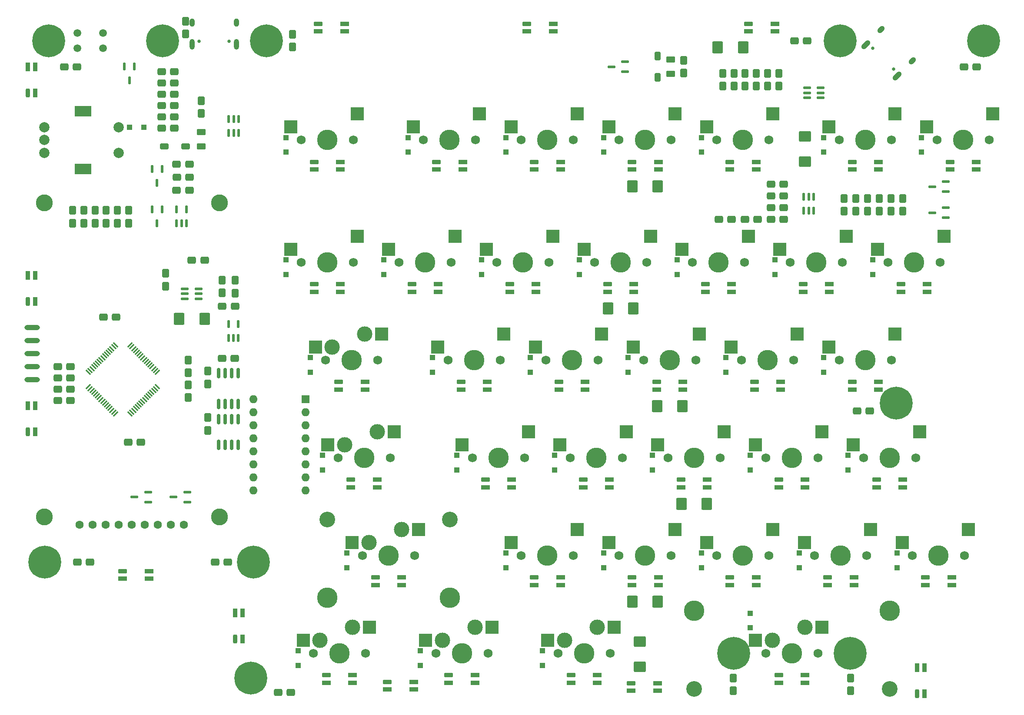
<source format=gbs>
G04 #@! TF.GenerationSoftware,KiCad,Pcbnew,7.0.1*
G04 #@! TF.CreationDate,2023-07-18T11:36:22-07:00*
G04 #@! TF.ProjectId,keyboard-left,6b657962-6f61-4726-942d-6c6566742e6b,rev?*
G04 #@! TF.SameCoordinates,Original*
G04 #@! TF.FileFunction,Soldermask,Bot*
G04 #@! TF.FilePolarity,Negative*
%FSLAX46Y46*%
G04 Gerber Fmt 4.6, Leading zero omitted, Abs format (unit mm)*
G04 Created by KiCad (PCBNEW 7.0.1) date 2023-07-18 11:36:22*
%MOMM*%
%LPD*%
G01*
G04 APERTURE LIST*
G04 Aperture macros list*
%AMRoundRect*
0 Rectangle with rounded corners*
0 $1 Rounding radius*
0 $2 $3 $4 $5 $6 $7 $8 $9 X,Y pos of 4 corners*
0 Add a 4 corners polygon primitive as box body*
4,1,4,$2,$3,$4,$5,$6,$7,$8,$9,$2,$3,0*
0 Add four circle primitives for the rounded corners*
1,1,$1+$1,$2,$3*
1,1,$1+$1,$4,$5*
1,1,$1+$1,$6,$7*
1,1,$1+$1,$8,$9*
0 Add four rect primitives between the rounded corners*
20,1,$1+$1,$2,$3,$4,$5,0*
20,1,$1+$1,$4,$5,$6,$7,0*
20,1,$1+$1,$6,$7,$8,$9,0*
20,1,$1+$1,$8,$9,$2,$3,0*%
%AMHorizOval*
0 Thick line with rounded ends*
0 $1 width*
0 $2 $3 position (X,Y) of the first rounded end (center of the circle)*
0 $4 $5 position (X,Y) of the second rounded end (center of the circle)*
0 Add line between two ends*
20,1,$1,$2,$3,$4,$5,0*
0 Add two circle primitives to create the rounded ends*
1,1,$1,$2,$3*
1,1,$1,$4,$5*%
G04 Aperture macros list end*
%ADD10C,2.000000*%
%ADD11R,3.200000X2.000000*%
%ADD12R,2.550000X2.500000*%
%ADD13C,1.750000*%
%ADD14C,3.987800*%
%ADD15RoundRect,0.350000X-0.500500X-0.350000X0.500500X-0.350000X0.500500X0.350000X-0.500500X0.350000X0*%
%ADD16RoundRect,0.123750X0.123750X-0.656250X0.123750X0.656250X-0.123750X0.656250X-0.123750X-0.656250X0*%
%ADD17RoundRect,0.300000X0.550500X0.300000X-0.550500X0.300000X-0.550500X-0.300000X0.550500X-0.300000X0*%
%ADD18C,0.800000*%
%ADD19C,6.400000*%
%ADD20RoundRect,0.350000X0.350000X-0.500500X0.350000X0.500500X-0.350000X0.500500X-0.350000X-0.500500X0*%
%ADD21C,3.000000*%
%ADD22RoundRect,0.150000X-0.150000X0.825000X-0.150000X-0.825000X0.150000X-0.825000X0.150000X0.825000X0*%
%ADD23RoundRect,0.350000X0.500500X0.350000X-0.500500X0.350000X-0.500500X-0.350000X0.500500X-0.350000X0*%
%ADD24RoundRect,0.250000X0.625000X-0.375000X0.625000X0.375000X-0.625000X0.375000X-0.625000X-0.375000X0*%
%ADD25RoundRect,0.123750X-0.656250X-0.123750X0.656250X-0.123750X0.656250X0.123750X-0.656250X0.123750X0*%
%ADD26RoundRect,0.350000X-0.350000X0.500500X-0.350000X-0.500500X0.350000X-0.500500X0.350000X0.500500X0*%
%ADD27C,3.048000*%
%ADD28RoundRect,0.250000X0.787500X0.925000X-0.787500X0.925000X-0.787500X-0.925000X0.787500X-0.925000X0*%
%ADD29RoundRect,0.123750X-0.123750X0.656250X-0.123750X-0.656250X0.123750X-0.656250X0.123750X0.656250X0*%
%ADD30C,0.650000*%
%ADD31HorizOval,1.000000X0.388909X0.388909X-0.388909X-0.388909X0*%
%ADD32HorizOval,1.000000X0.212132X0.212132X-0.212132X-0.212132X0*%
%ADD33RoundRect,0.300000X-0.300000X0.550500X-0.300000X-0.550500X0.300000X-0.550500X0.300000X0.550500X0*%
%ADD34C,1.500000*%
%ADD35C,3.300000*%
%ADD36C,1.600000*%
%ADD37O,1.000000X2.100000*%
%ADD38O,1.000000X1.600000*%
%ADD39O,3.000000X1.000000*%
%ADD40RoundRect,0.250000X0.925000X-0.787500X0.925000X0.787500X-0.925000X0.787500X-0.925000X-0.787500X0*%
%ADD41R,1.700000X0.820000*%
%ADD42RoundRect,0.205000X0.645000X0.205000X-0.645000X0.205000X-0.645000X-0.205000X0.645000X-0.205000X0*%
%ADD43RoundRect,0.250000X0.300000X-0.300000X0.300000X0.300000X-0.300000X0.300000X-0.300000X-0.300000X0*%
%ADD44R,0.820000X1.700000*%
%ADD45RoundRect,0.205000X-0.205000X0.645000X-0.205000X-0.645000X0.205000X-0.645000X0.205000X0.645000X0*%
%ADD46RoundRect,0.074750X0.423911X-0.318198X-0.318198X0.423911X-0.423911X0.318198X0.318198X-0.423911X0*%
%ADD47RoundRect,0.074750X-0.318198X-0.423911X0.423911X0.318198X0.318198X0.423911X-0.423911X-0.318198X0*%
%ADD48R,1.600000X1.600000*%
%ADD49O,1.600000X1.600000*%
%ADD50RoundRect,0.250000X-0.300000X0.300000X-0.300000X-0.300000X0.300000X-0.300000X0.300000X0.300000X0*%
%ADD51RoundRect,0.250000X-0.300000X-0.300000X0.300000X-0.300000X0.300000X0.300000X-0.300000X0.300000X0*%
G04 APERTURE END LIST*
D10*
X10121300Y-21947500D03*
X10121300Y-26947500D03*
X10121300Y-24447500D03*
D11*
X17621300Y-18847500D03*
X17621300Y-30047500D03*
D10*
X24621300Y-26947500D03*
X24621300Y-21947500D03*
D12*
X158173800Y-102870000D03*
D13*
X160178800Y-105410000D03*
D14*
X165258800Y-105410000D03*
D13*
X170338800Y-105410000D03*
D12*
X171073800Y-100330000D03*
D15*
X146577000Y-39878000D03*
X149079000Y-39878000D03*
D16*
X46040000Y-20320000D03*
X46990000Y-20320000D03*
X47940000Y-20320000D03*
X47940000Y-23020000D03*
X46990000Y-23020000D03*
X46040000Y-23020000D03*
D17*
X37611000Y-25660000D03*
X33509000Y-25660000D03*
D18*
X8602900Y-5080000D03*
X9305844Y-3382944D03*
X9305844Y-6777056D03*
X11002900Y-2680000D03*
D19*
X11002900Y-5080000D03*
D18*
X11002900Y-7480000D03*
X12699956Y-3382944D03*
X12699956Y-6777056D03*
X13402900Y-5080000D03*
D12*
X77211300Y-45720000D03*
D13*
X79216300Y-48260000D03*
D14*
X84296300Y-48260000D03*
D13*
X89376300Y-48260000D03*
D12*
X90111300Y-43180000D03*
D20*
X146640000Y-13951000D03*
X146640000Y-11449000D03*
X177292000Y-38335000D03*
X177292000Y-35833000D03*
D13*
X62547500Y-124460000D03*
D21*
X63817500Y-121920000D03*
D14*
X67627500Y-124460000D03*
D21*
X70167500Y-119380000D03*
D13*
X72707500Y-124460000D03*
D12*
X60542500Y-121920000D03*
X73469500Y-119380000D03*
X162936300Y-64770000D03*
D13*
X164941300Y-67310000D03*
D14*
X170021300Y-67310000D03*
D13*
X175101300Y-67310000D03*
D12*
X175836300Y-62230000D03*
D22*
X44069000Y-69923000D03*
X45339000Y-69923000D03*
X46609000Y-69923000D03*
X47879000Y-69923000D03*
X47879000Y-75873000D03*
X46609000Y-75873000D03*
X45339000Y-75873000D03*
X44069000Y-75873000D03*
D18*
X7760000Y-106680000D03*
X8462944Y-104982944D03*
X8462944Y-108377056D03*
X10160000Y-104280000D03*
D19*
X10160000Y-106680000D03*
D18*
X10160000Y-109080000D03*
X11857056Y-104982944D03*
X11857056Y-108377056D03*
X12560000Y-106680000D03*
X48400000Y-106680000D03*
X49102944Y-104982944D03*
X49102944Y-108377056D03*
X50800000Y-104280000D03*
D19*
X50800000Y-106680000D03*
D18*
X50800000Y-109080000D03*
X52497056Y-104982944D03*
X52497056Y-108377056D03*
X53200000Y-106680000D03*
D23*
X24111000Y-58928000D03*
X21609000Y-58928000D03*
D20*
X168148000Y-38335000D03*
X168148000Y-35833000D03*
D18*
X50940000Y-5080000D03*
X51642944Y-3382944D03*
X51642944Y-6777056D03*
X53340000Y-2680000D03*
D19*
X53340000Y-5080000D03*
D18*
X53340000Y-7480000D03*
X55037056Y-3382944D03*
X55037056Y-6777056D03*
X55740000Y-5080000D03*
D12*
X162936300Y-21907500D03*
D13*
X164941300Y-24447500D03*
D14*
X170021300Y-24447500D03*
D13*
X175101300Y-24447500D03*
D12*
X175836300Y-19367500D03*
D24*
X132080000Y-11560000D03*
X132080000Y-8760000D03*
D18*
X30780000Y-5099000D03*
X31482944Y-3401944D03*
X31482944Y-6796056D03*
X33180000Y-2699000D03*
D19*
X33180000Y-5099000D03*
D18*
X33180000Y-7499000D03*
X34877056Y-3401944D03*
X34877056Y-6796056D03*
X35580000Y-5099000D03*
D12*
X139123800Y-102870000D03*
D13*
X141128800Y-105410000D03*
D14*
X146208800Y-105410000D03*
D13*
X151288800Y-105410000D03*
D12*
X152023800Y-100330000D03*
X115311300Y-45720000D03*
D13*
X117316300Y-48260000D03*
D14*
X122396300Y-48260000D03*
D13*
X127476300Y-48260000D03*
D12*
X128211300Y-43180000D03*
D18*
X164683800Y-124460000D03*
X165386744Y-122762944D03*
X165386744Y-126157056D03*
X167083800Y-122060000D03*
D19*
X167083800Y-124460000D03*
D18*
X167083800Y-126860000D03*
X168780856Y-122762944D03*
X168780856Y-126157056D03*
X169483800Y-124460000D03*
D23*
X15221000Y-72980000D03*
X12719000Y-72980000D03*
D25*
X185754000Y-32578000D03*
X185754000Y-34478000D03*
X183054000Y-33528000D03*
D13*
X64928800Y-67310000D03*
D21*
X66198800Y-64770000D03*
D14*
X70008800Y-67310000D03*
D21*
X72548800Y-62230000D03*
D13*
X75088800Y-67310000D03*
D12*
X62923800Y-64770000D03*
X75850800Y-62230000D03*
D26*
X33704500Y-50419300D03*
X33704500Y-52921300D03*
D20*
X22180000Y-40640000D03*
X22180000Y-38138000D03*
D27*
X65214500Y-98425000D03*
D14*
X65214500Y-113665000D03*
D13*
X72072500Y-105410000D03*
D21*
X73342500Y-102870000D03*
D14*
X77152500Y-105410000D03*
D21*
X79692500Y-100330000D03*
D13*
X82232500Y-105410000D03*
D27*
X89090500Y-98425000D03*
D14*
X89090500Y-113665000D03*
D12*
X70067500Y-102870000D03*
X82994500Y-100330000D03*
X58161300Y-45720000D03*
D13*
X60166300Y-48260000D03*
D14*
X65246300Y-48260000D03*
D13*
X70326300Y-48260000D03*
D12*
X71061300Y-43180000D03*
D25*
X40134500Y-53461300D03*
X40134500Y-54411300D03*
X40134500Y-55361300D03*
X37434500Y-55361300D03*
X37434500Y-54411300D03*
X37434500Y-53461300D03*
D15*
X151657000Y-35306000D03*
X154159000Y-35306000D03*
D12*
X101023800Y-102870000D03*
D13*
X103028800Y-105410000D03*
D14*
X108108800Y-105410000D03*
D13*
X113188800Y-105410000D03*
D12*
X113923800Y-100330000D03*
X172461300Y-45720000D03*
D13*
X174466300Y-48260000D03*
D14*
X179546300Y-48260000D03*
D13*
X184626300Y-48260000D03*
D12*
X185361300Y-43180000D03*
D25*
X30312000Y-93096000D03*
X30312000Y-94996000D03*
X27612000Y-94046000D03*
D15*
X151657000Y-33020000D03*
X154159000Y-33020000D03*
D26*
X58420000Y-3829000D03*
X58420000Y-6331000D03*
D15*
X26435000Y-83312000D03*
X28937000Y-83312000D03*
D18*
X47892000Y-129286000D03*
X48594944Y-127588944D03*
X48594944Y-130983056D03*
X50292000Y-126886000D03*
D19*
X50292000Y-129286000D03*
D18*
X50292000Y-131686000D03*
X51989056Y-127588944D03*
X51989056Y-130983056D03*
X52692000Y-129286000D03*
D28*
X146226500Y-6350000D03*
X141301500Y-6350000D03*
D29*
X37780000Y-40640000D03*
X36830000Y-40640000D03*
X35880000Y-40640000D03*
X35880000Y-37940000D03*
X37780000Y-37940000D03*
D20*
X148840000Y-13951000D03*
X148840000Y-11449000D03*
X144440000Y-13951000D03*
X144440000Y-11449000D03*
D26*
X41952000Y-78516000D03*
X41952000Y-81018000D03*
D20*
X142240000Y-13951000D03*
X142240000Y-11449000D03*
D15*
X141497000Y-39878000D03*
X143999000Y-39878000D03*
D16*
X25720000Y-10080000D03*
X27620000Y-10080000D03*
X26670000Y-12780000D03*
D30*
X175589021Y-10616056D03*
X171501944Y-6528979D03*
D31*
X176225417Y-12001985D03*
D32*
X179181124Y-9046279D03*
D31*
X170116015Y-5892583D03*
D32*
X173071721Y-2936876D03*
D20*
X17780000Y-40640000D03*
X17780000Y-38138000D03*
X170434000Y-38335000D03*
X170434000Y-35833000D03*
D23*
X15221000Y-70780000D03*
X12719000Y-70780000D03*
D20*
X134620000Y-11411000D03*
X134620000Y-8909000D03*
D26*
X144272000Y-129305000D03*
X144272000Y-131807000D03*
D23*
X15221000Y-75180000D03*
X12719000Y-75180000D03*
D20*
X153240000Y-13951000D03*
X153240000Y-11449000D03*
D13*
X110172500Y-124460000D03*
D21*
X111442500Y-121920000D03*
D14*
X115252500Y-124460000D03*
D21*
X117792500Y-119380000D03*
D13*
X120332500Y-124460000D03*
D12*
X108167500Y-121920000D03*
X121094500Y-119380000D03*
D13*
X67310000Y-86360000D03*
D21*
X68580000Y-83820000D03*
D14*
X72390000Y-86360000D03*
D21*
X74930000Y-81280000D03*
D13*
X77470000Y-86360000D03*
D12*
X65305000Y-83820000D03*
X78232000Y-81280000D03*
X81973800Y-21907500D03*
D13*
X83978800Y-24447500D03*
D14*
X89058800Y-24447500D03*
D13*
X94138800Y-24447500D03*
D12*
X94873800Y-19367500D03*
D25*
X123270000Y-9210000D03*
X123270000Y-11110000D03*
X120570000Y-10160000D03*
D28*
X41324500Y-59271300D03*
X36399500Y-59271300D03*
D23*
X45866000Y-106680000D03*
X43364000Y-106680000D03*
D12*
X124836300Y-64770000D03*
D13*
X126841300Y-67310000D03*
D14*
X131921300Y-67310000D03*
D13*
X137001300Y-67310000D03*
D12*
X137736300Y-62230000D03*
X167698800Y-83820000D03*
D13*
X169703800Y-86360000D03*
D14*
X174783800Y-86360000D03*
D13*
X179863800Y-86360000D03*
D12*
X180598800Y-81280000D03*
D20*
X19980000Y-40640000D03*
X19980000Y-38138000D03*
D24*
X40640000Y-25660000D03*
X40640000Y-22860000D03*
D12*
X139123800Y-21907500D03*
D13*
X141128800Y-24447500D03*
D14*
X146208800Y-24447500D03*
D13*
X151288800Y-24447500D03*
D12*
X152023800Y-19367500D03*
X148648800Y-83820000D03*
D13*
X150653800Y-86360000D03*
D14*
X155733800Y-86360000D03*
D13*
X160813800Y-86360000D03*
D12*
X161548800Y-81280000D03*
D20*
X172720000Y-38335000D03*
X172720000Y-35833000D03*
D15*
X32969000Y-15539000D03*
X35471000Y-15539000D03*
X151657000Y-37592000D03*
X154159000Y-37592000D03*
D33*
X129540000Y-8109000D03*
X129540000Y-12211000D03*
D12*
X96261300Y-45720000D03*
D13*
X98266300Y-48260000D03*
D14*
X103346300Y-48260000D03*
D13*
X108426300Y-48260000D03*
D12*
X109161300Y-43180000D03*
D15*
X13989000Y-10160000D03*
X16491000Y-10160000D03*
X32969000Y-19939000D03*
X35471000Y-19939000D03*
D18*
X162700000Y-5080000D03*
X163402944Y-3382944D03*
X163402944Y-6777056D03*
X165100000Y-2680000D03*
D19*
X165100000Y-5080000D03*
D18*
X165100000Y-7480000D03*
X166797056Y-3382944D03*
X166797056Y-6777056D03*
X167500000Y-5080000D03*
D20*
X26580000Y-40640000D03*
X26580000Y-38138000D03*
D26*
X41910000Y-69489600D03*
X41910000Y-71991600D03*
D20*
X151040000Y-13951000D03*
X151040000Y-11449000D03*
X40640000Y-19272000D03*
X40640000Y-16770000D03*
D15*
X35899000Y-31670000D03*
X38401000Y-31670000D03*
D12*
X120073800Y-102870000D03*
D13*
X122078800Y-105410000D03*
D14*
X127158800Y-105410000D03*
D13*
X132238800Y-105410000D03*
D12*
X132973800Y-100330000D03*
D13*
X86360000Y-124460000D03*
D21*
X87630000Y-121920000D03*
D14*
X91440000Y-124460000D03*
D21*
X93980000Y-119380000D03*
D13*
X96520000Y-124460000D03*
D12*
X84355000Y-121920000D03*
X97282000Y-119380000D03*
D15*
X38822500Y-47841300D03*
X41324500Y-47841300D03*
D34*
X16550000Y-6580000D03*
X21550000Y-6580000D03*
X16550000Y-3580000D03*
X21550000Y-3580000D03*
D15*
X32969000Y-22139000D03*
X35471000Y-22139000D03*
X189249000Y-10160000D03*
X191751000Y-10160000D03*
X32969000Y-13339000D03*
X35471000Y-13339000D03*
D23*
X170923000Y-77216000D03*
X168421000Y-77216000D03*
D18*
X190640000Y-5080000D03*
X191342944Y-3382944D03*
X191342944Y-6777056D03*
X193040000Y-2680000D03*
D19*
X193040000Y-5080000D03*
D18*
X193040000Y-7480000D03*
X194737056Y-3382944D03*
X194737056Y-6777056D03*
X195440000Y-5080000D03*
D25*
X161370000Y-14290000D03*
X161370000Y-15240000D03*
X161370000Y-16190000D03*
X158670000Y-16190000D03*
X158670000Y-15240000D03*
X158670000Y-14290000D03*
D15*
X16529000Y-106680000D03*
X19031000Y-106680000D03*
D26*
X167132000Y-129305000D03*
X167132000Y-131807000D03*
D12*
X58161300Y-21907500D03*
D13*
X60166300Y-24447500D03*
D14*
X65246300Y-24447500D03*
D13*
X70326300Y-24447500D03*
D12*
X71061300Y-19367500D03*
D20*
X24380000Y-40640000D03*
X24380000Y-38138000D03*
X38100000Y-69831000D03*
X38100000Y-67329000D03*
D15*
X44745000Y-56818000D03*
X47247000Y-56818000D03*
D12*
X101023800Y-21907500D03*
D13*
X103028800Y-24447500D03*
D14*
X108108800Y-24447500D03*
D13*
X113188800Y-24447500D03*
D12*
X113923800Y-19367500D03*
X86736300Y-64770000D03*
D13*
X88741300Y-67310000D03*
D14*
X93821300Y-67310000D03*
D13*
X98901300Y-67310000D03*
D12*
X99636300Y-62230000D03*
D14*
X136683800Y-116205000D03*
D27*
X136683800Y-131445000D03*
D13*
X150653800Y-124460000D03*
D21*
X151923800Y-121920000D03*
D14*
X155733800Y-124460000D03*
D21*
X158273800Y-119380000D03*
D13*
X160813800Y-124460000D03*
D14*
X174783800Y-116205000D03*
D27*
X174783800Y-131445000D03*
D12*
X148648800Y-121920000D03*
X161575800Y-119380000D03*
D15*
X44707000Y-66978000D03*
X47209000Y-66978000D03*
X32969000Y-11139000D03*
X35471000Y-11139000D03*
D16*
X158054000Y-35480000D03*
X159004000Y-35480000D03*
X159954000Y-35480000D03*
X159954000Y-38180000D03*
X159004000Y-38180000D03*
X158054000Y-38180000D03*
D12*
X134361300Y-45720000D03*
D13*
X136366300Y-48260000D03*
D14*
X141446300Y-48260000D03*
D13*
X146526300Y-48260000D03*
D12*
X147261300Y-43180000D03*
D35*
X10096300Y-36710000D03*
X10096300Y-97910000D03*
X44196300Y-36710000D03*
X44196300Y-97910000D03*
D36*
X16986300Y-99410000D03*
X19526300Y-99410000D03*
X22066300Y-99410000D03*
X24606300Y-99410000D03*
X27146300Y-99410000D03*
X29686300Y-99410000D03*
X32226300Y-99410000D03*
X34766300Y-99410000D03*
X37306300Y-99410000D03*
D18*
X141983800Y-124460000D03*
X142686744Y-122762944D03*
X142686744Y-126157056D03*
X144383800Y-122060000D03*
D19*
X144383800Y-124460000D03*
D18*
X144383800Y-126860000D03*
X146080856Y-122762944D03*
X146080856Y-126157056D03*
X146783800Y-124460000D03*
D25*
X185754000Y-37658000D03*
X185754000Y-39558000D03*
X183054000Y-38608000D03*
D20*
X44707000Y-54240000D03*
X44707000Y-51738000D03*
D23*
X158731000Y-5080000D03*
X156229000Y-5080000D03*
D16*
X31120000Y-30060000D03*
X33020000Y-30060000D03*
X32070000Y-32760000D03*
D15*
X35880000Y-34210000D03*
X38382000Y-34210000D03*
D12*
X105786300Y-64770000D03*
D13*
X107791300Y-67310000D03*
D14*
X112871300Y-67310000D03*
D13*
X117951300Y-67310000D03*
D12*
X118686300Y-62230000D03*
D20*
X15580000Y-40640000D03*
X15580000Y-38138000D03*
D12*
X110548800Y-83820000D03*
D13*
X112553800Y-86360000D03*
D14*
X117633800Y-86360000D03*
D13*
X122713800Y-86360000D03*
D12*
X123448800Y-81280000D03*
D18*
X173622000Y-75692000D03*
X174324944Y-73994944D03*
X174324944Y-77389056D03*
X176022000Y-73292000D03*
D19*
X176022000Y-75692000D03*
D18*
X176022000Y-78092000D03*
X177719056Y-73994944D03*
X177719056Y-77389056D03*
X178422000Y-75692000D03*
D20*
X175006000Y-38335000D03*
X175006000Y-35833000D03*
D30*
X46070000Y-5221000D03*
X40290000Y-5221000D03*
D37*
X47500000Y-5751000D03*
D38*
X47500000Y-1571000D03*
D37*
X38860000Y-5751000D03*
D38*
X38860000Y-1571000D03*
D22*
X44069000Y-78873000D03*
X45339000Y-78873000D03*
X46609000Y-78873000D03*
X47879000Y-78873000D03*
X47879000Y-83823000D03*
X46609000Y-83823000D03*
X45339000Y-83823000D03*
X44069000Y-83823000D03*
D26*
X38100000Y-72155000D03*
X38100000Y-74657000D03*
D12*
X120073800Y-21907500D03*
D13*
X122078800Y-24447500D03*
D14*
X127158800Y-24447500D03*
D13*
X132238800Y-24447500D03*
D12*
X132973800Y-19367500D03*
X143886300Y-64770000D03*
D13*
X145891300Y-67310000D03*
D14*
X150971300Y-67310000D03*
D13*
X156051300Y-67310000D03*
D12*
X156786300Y-62230000D03*
X91498800Y-83820000D03*
D13*
X93503800Y-86360000D03*
D14*
X98583800Y-86360000D03*
D13*
X103663800Y-86360000D03*
D12*
X104398800Y-81280000D03*
D15*
X35880000Y-29130000D03*
X38382000Y-29130000D03*
X32969000Y-17739000D03*
X35471000Y-17739000D03*
X151657000Y-39878000D03*
X154159000Y-39878000D03*
D25*
X37932000Y-93096000D03*
X37932000Y-94996000D03*
X35232000Y-94046000D03*
D23*
X15221000Y-68580000D03*
X12719000Y-68580000D03*
D20*
X47247000Y-54278000D03*
X47247000Y-51776000D03*
D12*
X153411300Y-45720000D03*
D13*
X155416300Y-48260000D03*
D14*
X160496300Y-48260000D03*
D13*
X165576300Y-48260000D03*
D12*
X166311300Y-43180000D03*
D39*
X7730000Y-60960000D03*
X7730000Y-63500000D03*
X7730000Y-66040000D03*
X7730000Y-68580000D03*
X7730000Y-71120000D03*
D12*
X177223800Y-102870000D03*
D13*
X179228800Y-105410000D03*
D14*
X184308800Y-105410000D03*
D13*
X189388800Y-105410000D03*
D12*
X190123800Y-100330000D03*
D29*
X47877000Y-62988000D03*
X46927000Y-62988000D03*
X45977000Y-62988000D03*
X45977000Y-60288000D03*
X47877000Y-60288000D03*
D40*
X158242000Y-28624500D03*
X158242000Y-23699500D03*
D15*
X55645000Y-132080000D03*
X58147000Y-132080000D03*
D16*
X31120000Y-37940000D03*
X33020000Y-37940000D03*
X32070000Y-40640000D03*
D20*
X37592000Y-3791000D03*
X37592000Y-1289000D03*
D12*
X129598800Y-83820000D03*
D13*
X131603800Y-86360000D03*
D14*
X136683800Y-86360000D03*
D13*
X141763800Y-86360000D03*
D12*
X142498800Y-81280000D03*
D20*
X165862000Y-38335000D03*
X165862000Y-35833000D03*
D12*
X181986300Y-21907500D03*
D13*
X183991300Y-24447500D03*
D14*
X189071300Y-24447500D03*
D13*
X194151300Y-24447500D03*
D12*
X194886300Y-19367500D03*
D41*
X68590000Y-3290000D03*
X68590000Y-1790000D03*
D42*
X63490000Y-1790000D03*
D41*
X63490000Y-3290000D03*
D43*
X166698800Y-88720000D03*
X166698800Y-85920000D03*
D44*
X48756000Y-116576000D03*
X47256000Y-116576000D03*
D45*
X47256000Y-121676000D03*
D44*
X48756000Y-121676000D03*
D41*
X152410000Y-3290000D03*
X152410000Y-1790000D03*
D42*
X147310000Y-1790000D03*
D41*
X147310000Y-3290000D03*
D43*
X90498800Y-88720000D03*
X90498800Y-85920000D03*
D41*
X148758800Y-111160000D03*
X148758800Y-109660000D03*
D42*
X143658800Y-109660000D03*
D41*
X143658800Y-111160000D03*
X182096300Y-54010000D03*
X182096300Y-52510000D03*
D42*
X176996300Y-52510000D03*
D41*
X176996300Y-54010000D03*
X117802500Y-130210000D03*
X117802500Y-128710000D03*
D42*
X112702500Y-128710000D03*
D41*
X112702500Y-130210000D03*
D43*
X161936300Y-69670000D03*
X161936300Y-66870000D03*
D41*
X148758800Y-30197500D03*
X148758800Y-28697500D03*
D42*
X143658800Y-28697500D03*
D41*
X143658800Y-30197500D03*
D46*
X32117514Y-72534213D03*
X31763961Y-72887766D03*
X31410407Y-73241320D03*
X31056854Y-73594872D03*
X30703299Y-73948427D03*
X30349747Y-74301980D03*
X29996194Y-74655532D03*
X29642640Y-75009087D03*
X29289087Y-75362640D03*
X28935532Y-75716194D03*
X28581980Y-76069747D03*
X28228427Y-76423299D03*
X27874872Y-76776854D03*
X27521320Y-77130407D03*
X27167766Y-77483961D03*
X26814213Y-77837514D03*
D47*
X23985787Y-77837514D03*
X23632234Y-77483961D03*
X23278680Y-77130407D03*
X22925128Y-76776854D03*
X22571573Y-76423299D03*
X22218020Y-76069747D03*
X21864468Y-75716194D03*
X21510913Y-75362640D03*
X21157360Y-75009087D03*
X20803806Y-74655532D03*
X20450253Y-74301980D03*
X20096701Y-73948427D03*
X19743146Y-73594872D03*
X19389593Y-73241320D03*
X19036039Y-72887766D03*
X18682486Y-72534213D03*
D46*
X18682486Y-69705787D03*
X19036039Y-69352234D03*
X19389593Y-68998680D03*
X19743146Y-68645128D03*
X20096701Y-68291573D03*
X20450253Y-67938020D03*
X20803806Y-67584468D03*
X21157360Y-67230913D03*
X21510913Y-66877360D03*
X21864468Y-66523806D03*
X22218020Y-66170253D03*
X22571573Y-65816701D03*
X22925128Y-65463146D03*
X23278680Y-65109593D03*
X23632234Y-64756039D03*
X23985787Y-64402486D03*
D47*
X26814213Y-64402486D03*
X27167766Y-64756039D03*
X27521320Y-65109593D03*
X27874872Y-65463146D03*
X28228427Y-65816701D03*
X28581980Y-66170253D03*
X28935532Y-66523806D03*
X29289087Y-66877360D03*
X29642640Y-67230913D03*
X29996194Y-67584468D03*
X30349747Y-67938020D03*
X30703299Y-68291573D03*
X31056854Y-68645128D03*
X31410407Y-68998680D03*
X31763961Y-69352234D03*
X32117514Y-69705787D03*
D48*
X60980000Y-74945000D03*
D49*
X60980000Y-77485000D03*
X60980000Y-80025000D03*
X60980000Y-82565000D03*
X60980000Y-85105000D03*
X60980000Y-87645000D03*
X60980000Y-90185000D03*
X60980000Y-92725000D03*
X50820000Y-92725000D03*
X50820000Y-90185000D03*
X50820000Y-87645000D03*
X50820000Y-85105000D03*
X50820000Y-82565000D03*
X50820000Y-80025000D03*
X50820000Y-77485000D03*
X50820000Y-74945000D03*
D41*
X105896300Y-54010000D03*
X105896300Y-52510000D03*
D42*
X100796300Y-52510000D03*
D41*
X100796300Y-54010000D03*
D43*
X119073800Y-26807500D03*
X119073800Y-24007500D03*
X107167500Y-126820000D03*
X107167500Y-124020000D03*
X161936300Y-26807500D03*
X161936300Y-24007500D03*
D41*
X177333800Y-92110000D03*
X177333800Y-90610000D03*
D42*
X172233800Y-90610000D03*
D41*
X172233800Y-92110000D03*
D43*
X69067500Y-107770000D03*
X69067500Y-104970000D03*
D41*
X129708800Y-30197500D03*
X129708800Y-28697500D03*
D42*
X124608800Y-28697500D03*
D41*
X124608800Y-30197500D03*
D43*
X171461300Y-50620000D03*
X171461300Y-47820000D03*
D41*
X67796300Y-54010000D03*
X67796300Y-52510000D03*
D42*
X62696300Y-52510000D03*
D41*
X62696300Y-54010000D03*
X134471300Y-73060000D03*
X134471300Y-71560000D03*
D42*
X129371300Y-71560000D03*
D41*
X129371300Y-73060000D03*
D28*
X134383800Y-76310000D03*
X129458800Y-76310000D03*
D43*
X119073800Y-107770000D03*
X119073800Y-104970000D03*
D41*
X79702500Y-111160000D03*
X79702500Y-109660000D03*
D42*
X74602500Y-109660000D03*
D41*
X74602500Y-111160000D03*
D43*
X152411300Y-50620000D03*
X152411300Y-47820000D03*
X95261300Y-50620000D03*
X95261300Y-47820000D03*
D41*
X143996300Y-54010000D03*
X143996300Y-52510000D03*
D42*
X138896300Y-52510000D03*
D41*
X138896300Y-54010000D03*
X91608800Y-30197500D03*
X91608800Y-28697500D03*
D42*
X86508800Y-28697500D03*
D41*
X86508800Y-30197500D03*
X72558800Y-73060000D03*
X72558800Y-71560000D03*
D42*
X67458800Y-71560000D03*
D41*
X67458800Y-73060000D03*
X82052000Y-131560000D03*
X82052000Y-130060000D03*
D42*
X76952000Y-130060000D03*
D41*
X76952000Y-131560000D03*
X115421300Y-73060000D03*
X115421300Y-71560000D03*
D42*
X110321300Y-71560000D03*
D41*
X110321300Y-73060000D03*
X110658800Y-111160000D03*
X110658800Y-109660000D03*
D42*
X105558800Y-109660000D03*
D41*
X105558800Y-111160000D03*
D50*
X147574000Y-116710000D03*
X147574000Y-119510000D03*
D43*
X180986300Y-26807500D03*
X180986300Y-24007500D03*
D44*
X8370000Y-50790000D03*
X6870000Y-50790000D03*
D45*
X6870000Y-55890000D03*
D44*
X8370000Y-55890000D03*
D43*
X114311300Y-50620000D03*
X114311300Y-47820000D03*
X61923800Y-69670000D03*
X61923800Y-66870000D03*
X138123800Y-26807500D03*
X138123800Y-24007500D03*
D41*
X191621300Y-30197500D03*
X191621300Y-28697500D03*
D42*
X186521300Y-28697500D03*
D41*
X186521300Y-30197500D03*
X109230000Y-3290000D03*
X109230000Y-1790000D03*
D42*
X104130000Y-1790000D03*
D41*
X104130000Y-3290000D03*
X163046300Y-54010000D03*
X163046300Y-52510000D03*
D42*
X157946300Y-52510000D03*
D41*
X157946300Y-54010000D03*
D43*
X100023800Y-26807500D03*
X100023800Y-24007500D03*
X57161300Y-26807500D03*
X57161300Y-24007500D03*
X100023800Y-107770000D03*
X100023800Y-104970000D03*
X109548800Y-88720000D03*
X109548800Y-85920000D03*
D41*
X67796300Y-30197500D03*
X67796300Y-28697500D03*
D42*
X62696300Y-28697500D03*
D41*
X62696300Y-30197500D03*
X186858800Y-111160000D03*
X186858800Y-109660000D03*
D42*
X181758800Y-109660000D03*
D41*
X181758800Y-111160000D03*
D43*
X80973800Y-26807500D03*
X80973800Y-24007500D03*
D40*
X126100000Y-127092500D03*
X126100000Y-122167500D03*
D41*
X167808800Y-111160000D03*
X167808800Y-109660000D03*
D42*
X162708800Y-109660000D03*
D41*
X162708800Y-111160000D03*
D28*
X124858800Y-57260000D03*
X119933800Y-57260000D03*
D43*
X133361300Y-50620000D03*
X133361300Y-47820000D03*
D41*
X101133800Y-92110000D03*
X101133800Y-90610000D03*
D42*
X96033800Y-90610000D03*
D41*
X96033800Y-92110000D03*
X93990000Y-130210000D03*
X93990000Y-128710000D03*
D42*
X88890000Y-128710000D03*
D41*
X88890000Y-130210000D03*
X96371300Y-73060000D03*
X96371300Y-71560000D03*
D42*
X91271300Y-71560000D03*
D41*
X91271300Y-73060000D03*
X120183800Y-92110000D03*
X120183800Y-90610000D03*
D42*
X115083800Y-90610000D03*
D41*
X115083800Y-92110000D03*
D44*
X181598000Y-127244000D03*
X180098000Y-127244000D03*
D45*
X180098000Y-132344000D03*
D44*
X181598000Y-132344000D03*
D43*
X128598800Y-88720000D03*
X128598800Y-85920000D03*
X64305000Y-88720000D03*
X64305000Y-85920000D03*
X157173800Y-107770000D03*
X157173800Y-104970000D03*
D41*
X129550000Y-131814000D03*
X129550000Y-130314000D03*
D42*
X124450000Y-130314000D03*
D41*
X124450000Y-131814000D03*
X74940000Y-92110000D03*
X74940000Y-90610000D03*
D42*
X69840000Y-90610000D03*
D41*
X69840000Y-92110000D03*
X70177500Y-130210000D03*
X70177500Y-128710000D03*
D42*
X65077500Y-128710000D03*
D41*
X65077500Y-130210000D03*
X158283800Y-92110000D03*
X158283800Y-90610000D03*
D42*
X153183800Y-90610000D03*
D41*
X153183800Y-92110000D03*
D43*
X147648800Y-88720000D03*
X147648800Y-85920000D03*
D44*
X8370000Y-76190000D03*
X6870000Y-76190000D03*
D45*
X6870000Y-81290000D03*
D44*
X8370000Y-81290000D03*
D28*
X129621300Y-114410000D03*
X124696300Y-114410000D03*
D43*
X59542500Y-126820000D03*
X59542500Y-124020000D03*
X76211300Y-50620000D03*
X76211300Y-47820000D03*
X142886300Y-69670000D03*
X142886300Y-66870000D03*
X57161300Y-50620000D03*
X57161300Y-47820000D03*
X138123800Y-107770000D03*
X138123800Y-104970000D03*
D41*
X129708800Y-111160000D03*
X129708800Y-109660000D03*
D42*
X124608800Y-109660000D03*
D41*
X124608800Y-111160000D03*
X153521300Y-73060000D03*
X153521300Y-71560000D03*
D42*
X148421300Y-71560000D03*
D41*
X148421300Y-73060000D03*
D43*
X83355000Y-126820000D03*
X83355000Y-124020000D03*
D51*
X26721300Y-21947500D03*
X29521300Y-21947500D03*
D41*
X30490000Y-109970000D03*
X30490000Y-108470000D03*
D42*
X25390000Y-108470000D03*
D41*
X25390000Y-109970000D03*
D43*
X176223800Y-107770000D03*
X176223800Y-104970000D03*
D28*
X129621300Y-33447500D03*
X124696300Y-33447500D03*
D41*
X158283800Y-130210000D03*
X158283800Y-128710000D03*
D42*
X153183800Y-128710000D03*
D41*
X153183800Y-130210000D03*
D43*
X104786300Y-69670000D03*
X104786300Y-66870000D03*
D41*
X110658800Y-30197500D03*
X110658800Y-28697500D03*
D42*
X105558800Y-28697500D03*
D41*
X105558800Y-30197500D03*
D43*
X85736300Y-69670000D03*
X85736300Y-66870000D03*
D41*
X86846300Y-54010000D03*
X86846300Y-52510000D03*
D42*
X81746300Y-52510000D03*
D41*
X81746300Y-54010000D03*
X139233800Y-92110000D03*
X139233800Y-90610000D03*
D42*
X134133800Y-90610000D03*
D41*
X134133800Y-92110000D03*
D43*
X123836300Y-69670000D03*
X123836300Y-66870000D03*
D41*
X172571300Y-30197500D03*
X172571300Y-28697500D03*
D42*
X167471300Y-28697500D03*
D41*
X167471300Y-30197500D03*
X124946300Y-54010000D03*
X124946300Y-52510000D03*
D42*
X119846300Y-52510000D03*
D41*
X119846300Y-54010000D03*
D28*
X139146300Y-95360000D03*
X134221300Y-95360000D03*
D41*
X172571300Y-73060000D03*
X172571300Y-71560000D03*
D42*
X167471300Y-71560000D03*
D41*
X167471300Y-73060000D03*
D44*
X8370000Y-10150000D03*
X6870000Y-10150000D03*
D45*
X6870000Y-15250000D03*
D44*
X8370000Y-15250000D03*
M02*

</source>
